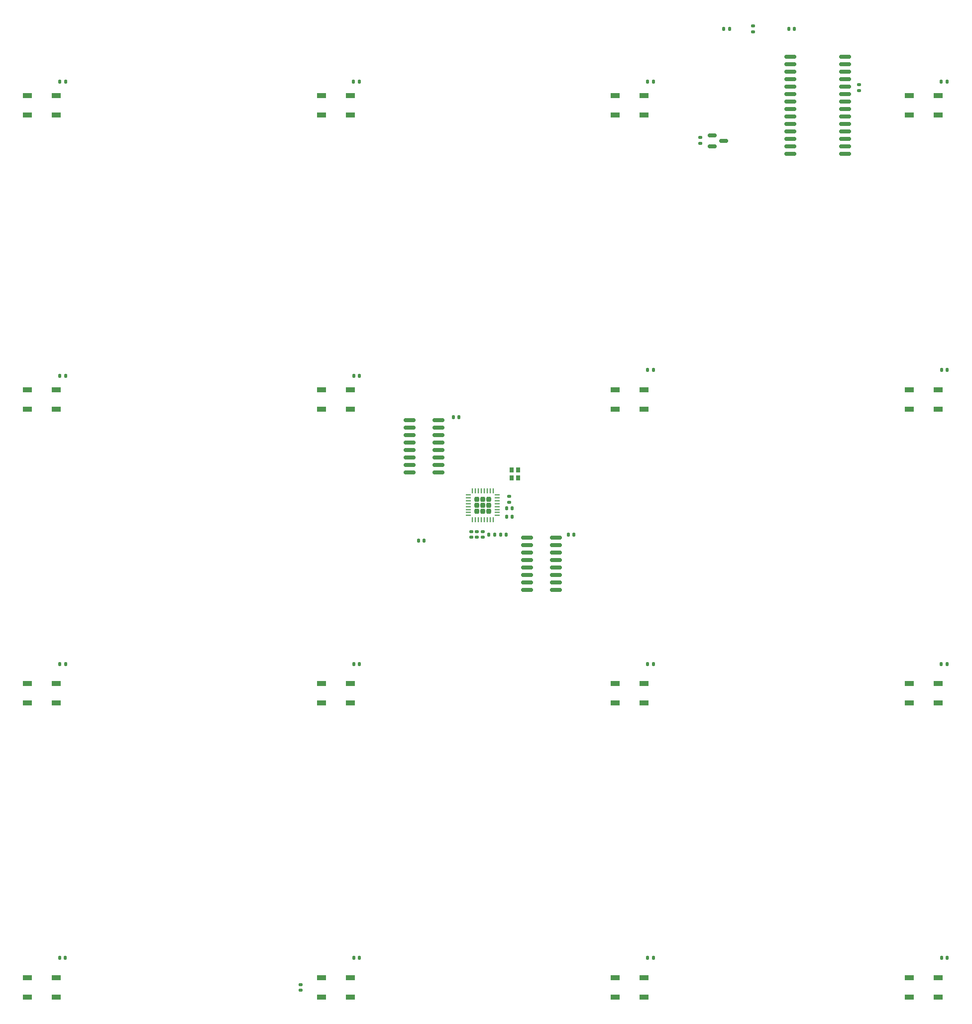
<source format=gbr>
%TF.GenerationSoftware,KiCad,Pcbnew,9.0.0*%
%TF.CreationDate,2025-03-24T06:03:53+01:00*%
%TF.ProjectId,PCB_Chessboard,5043425f-4368-4657-9373-626f6172642e,rev?*%
%TF.SameCoordinates,Original*%
%TF.FileFunction,Paste,Top*%
%TF.FilePolarity,Positive*%
%FSLAX46Y46*%
G04 Gerber Fmt 4.6, Leading zero omitted, Abs format (unit mm)*
G04 Created by KiCad (PCBNEW 9.0.0) date 2025-03-24 06:03:53*
%MOMM*%
%LPD*%
G01*
G04 APERTURE LIST*
G04 Aperture macros list*
%AMRoundRect*
0 Rectangle with rounded corners*
0 $1 Rounding radius*
0 $2 $3 $4 $5 $6 $7 $8 $9 X,Y pos of 4 corners*
0 Add a 4 corners polygon primitive as box body*
4,1,4,$2,$3,$4,$5,$6,$7,$8,$9,$2,$3,0*
0 Add four circle primitives for the rounded corners*
1,1,$1+$1,$2,$3*
1,1,$1+$1,$4,$5*
1,1,$1+$1,$6,$7*
1,1,$1+$1,$8,$9*
0 Add four rect primitives between the rounded corners*
20,1,$1+$1,$2,$3,$4,$5,0*
20,1,$1+$1,$4,$5,$6,$7,0*
20,1,$1+$1,$6,$7,$8,$9,0*
20,1,$1+$1,$8,$9,$2,$3,0*%
G04 Aperture macros list end*
%ADD10RoundRect,0.140000X0.140000X0.170000X-0.140000X0.170000X-0.140000X-0.170000X0.140000X-0.170000X0*%
%ADD11RoundRect,0.140000X0.170000X-0.140000X0.170000X0.140000X-0.170000X0.140000X-0.170000X-0.140000X0*%
%ADD12RoundRect,0.090000X-0.660000X-0.360000X0.660000X-0.360000X0.660000X0.360000X-0.660000X0.360000X0*%
%ADD13RoundRect,0.140000X-0.140000X-0.170000X0.140000X-0.170000X0.140000X0.170000X-0.140000X0.170000X0*%
%ADD14RoundRect,0.140000X-0.170000X0.140000X-0.170000X-0.140000X0.170000X-0.140000X0.170000X0.140000X0*%
%ADD15RoundRect,0.150000X-0.825000X-0.150000X0.825000X-0.150000X0.825000X0.150000X-0.825000X0.150000X0*%
%ADD16RoundRect,0.135000X0.135000X0.185000X-0.135000X0.185000X-0.135000X-0.185000X0.135000X-0.185000X0*%
%ADD17R,0.800000X0.900000*%
%ADD18RoundRect,0.207500X-0.207500X-0.207500X0.207500X-0.207500X0.207500X0.207500X-0.207500X0.207500X0*%
%ADD19RoundRect,0.062500X-0.375000X-0.062500X0.375000X-0.062500X0.375000X0.062500X-0.375000X0.062500X0*%
%ADD20RoundRect,0.062500X-0.062500X-0.375000X0.062500X-0.375000X0.062500X0.375000X-0.062500X0.375000X0*%
%ADD21RoundRect,0.150000X-0.587500X-0.150000X0.587500X-0.150000X0.587500X0.150000X-0.587500X0.150000X0*%
%ADD22RoundRect,0.135000X-0.185000X0.135000X-0.185000X-0.135000X0.185000X-0.135000X0.185000X0.135000X0*%
%ADD23RoundRect,0.150000X0.875000X0.150000X-0.875000X0.150000X-0.875000X-0.150000X0.875000X-0.150000X0*%
G04 APERTURE END LIST*
D10*
%TO.C,C17*%
X104980000Y-100500000D03*
X104020000Y-100500000D03*
%TD*%
D11*
%TO.C,C2*%
X164000000Y-28520000D03*
X164000000Y-29480000D03*
%TD*%
D12*
%TO.C,D18*%
X72550000Y-30350000D03*
X72550000Y-33650000D03*
X77450000Y-33650000D03*
X77450000Y-30350000D03*
%TD*%
D13*
%TO.C,C20*%
X178000000Y-28000000D03*
X178960000Y-28000000D03*
%TD*%
%TO.C,C24*%
X178040000Y-77000000D03*
X179000000Y-77000000D03*
%TD*%
%TO.C,C27*%
X128040000Y-127000000D03*
X129000000Y-127000000D03*
%TD*%
%TO.C,C22*%
X78040000Y-78000000D03*
X79000000Y-78000000D03*
%TD*%
%TO.C,C32*%
X178040000Y-177000000D03*
X179000000Y-177000000D03*
%TD*%
D14*
%TO.C,C9*%
X146000000Y-18520000D03*
X146000000Y-19480000D03*
%TD*%
D15*
%TO.C,U5*%
X87525000Y-85555000D03*
X87525000Y-86825000D03*
X87525000Y-88095000D03*
X87525000Y-89365000D03*
X87525000Y-90635000D03*
X87525000Y-91905000D03*
X87525000Y-93175000D03*
X87525000Y-94445000D03*
X92475000Y-94445000D03*
X92475000Y-93175000D03*
X92475000Y-91905000D03*
X92475000Y-90635000D03*
X92475000Y-89365000D03*
X92475000Y-88095000D03*
X92475000Y-86825000D03*
X92475000Y-85555000D03*
%TD*%
D12*
%TO.C,D19*%
X122550000Y-30350000D03*
X122550000Y-33650000D03*
X127450000Y-33650000D03*
X127450000Y-30350000D03*
%TD*%
D13*
%TO.C,C7*%
X89040000Y-106000000D03*
X90000000Y-106000000D03*
%TD*%
%TO.C,C6*%
X128040000Y-28000000D03*
X129000000Y-28000000D03*
%TD*%
D12*
%TO.C,D17*%
X22550000Y-30350000D03*
X22550000Y-33650000D03*
X27450000Y-33650000D03*
X27450000Y-30350000D03*
%TD*%
%TO.C,D30*%
X72550000Y-180350000D03*
X72550000Y-183650000D03*
X77450000Y-183650000D03*
X77450000Y-180350000D03*
%TD*%
D10*
%TO.C,C10*%
X115480000Y-105000000D03*
X114520000Y-105000000D03*
%TD*%
D16*
%TO.C,R2*%
X142020000Y-19000000D03*
X141000000Y-19000000D03*
%TD*%
D12*
%TO.C,D20*%
X172550000Y-30350000D03*
X172550000Y-33650000D03*
X177450000Y-33650000D03*
X177450000Y-30350000D03*
%TD*%
%TO.C,D27*%
X122550000Y-130350000D03*
X122550000Y-133650000D03*
X127450000Y-133650000D03*
X127450000Y-130350000D03*
%TD*%
%TO.C,D29*%
X22550000Y-180350000D03*
X22550000Y-183650000D03*
X27450000Y-183650000D03*
X27450000Y-180350000D03*
%TD*%
D11*
%TO.C,C13*%
X100000000Y-105480000D03*
X100000000Y-104520000D03*
%TD*%
D13*
%TO.C,C5*%
X78000000Y-28000000D03*
X78960000Y-28000000D03*
%TD*%
D12*
%TO.C,D23*%
X122550000Y-80350000D03*
X122550000Y-83650000D03*
X127450000Y-83650000D03*
X127450000Y-80350000D03*
%TD*%
D11*
%TO.C,C11*%
X98000000Y-105480000D03*
X98000000Y-104520000D03*
%TD*%
D12*
%TO.C,D22*%
X72550000Y-80350000D03*
X72550000Y-83650000D03*
X77450000Y-83650000D03*
X77450000Y-80350000D03*
%TD*%
%TO.C,D26*%
X72550000Y-130350000D03*
X72550000Y-133650000D03*
X77450000Y-133650000D03*
X77450000Y-130350000D03*
%TD*%
D13*
%TO.C,C28*%
X178000000Y-127000000D03*
X178960000Y-127000000D03*
%TD*%
D14*
%TO.C,C8*%
X69000000Y-181520000D03*
X69000000Y-182480000D03*
%TD*%
D13*
%TO.C,C31*%
X128040000Y-177000000D03*
X129000000Y-177000000D03*
%TD*%
%TO.C,C29*%
X28000000Y-177000000D03*
X28960000Y-177000000D03*
%TD*%
D10*
%TO.C,C3*%
X153000000Y-19000000D03*
X152040000Y-19000000D03*
%TD*%
%TO.C,C15*%
X105000000Y-102000000D03*
X104040000Y-102000000D03*
%TD*%
D12*
%TO.C,D21*%
X22550000Y-80350000D03*
X22550000Y-83650000D03*
X27450000Y-83650000D03*
X27450000Y-80350000D03*
%TD*%
%TO.C,D25*%
X22550000Y-130350000D03*
X22550000Y-133650000D03*
X27450000Y-133650000D03*
X27450000Y-130350000D03*
%TD*%
D13*
%TO.C,C16*%
X103040000Y-105000000D03*
X104000000Y-105000000D03*
%TD*%
D12*
%TO.C,D24*%
X172550000Y-80350000D03*
X172550000Y-83650000D03*
X177450000Y-83650000D03*
X177450000Y-80350000D03*
%TD*%
%TO.C,D31*%
X122550000Y-180350000D03*
X122550000Y-183650000D03*
X127450000Y-183650000D03*
X127450000Y-180350000D03*
%TD*%
%TO.C,D32*%
X172550000Y-180350000D03*
X172550000Y-183650000D03*
X177450000Y-183650000D03*
X177450000Y-180350000D03*
%TD*%
D15*
%TO.C,U7*%
X107525000Y-105555000D03*
X107525000Y-106825000D03*
X107525000Y-108095000D03*
X107525000Y-109365000D03*
X107525000Y-110635000D03*
X107525000Y-111905000D03*
X107525000Y-113175000D03*
X107525000Y-114445000D03*
X112475000Y-114445000D03*
X112475000Y-113175000D03*
X112475000Y-111905000D03*
X112475000Y-110635000D03*
X112475000Y-109365000D03*
X112475000Y-108095000D03*
X112475000Y-106825000D03*
X112475000Y-105555000D03*
%TD*%
D10*
%TO.C,C1*%
X95960000Y-85000000D03*
X95000000Y-85000000D03*
%TD*%
D11*
%TO.C,C14*%
X104480000Y-99480000D03*
X104480000Y-98520000D03*
%TD*%
D13*
%TO.C,C4*%
X28040000Y-28000000D03*
X29000000Y-28000000D03*
%TD*%
%TO.C,C21*%
X28040000Y-78000000D03*
X29000000Y-78000000D03*
%TD*%
D17*
%TO.C,Y2*%
X104900000Y-94000000D03*
X104900000Y-95400000D03*
X106000000Y-95400000D03*
X106000000Y-94000000D03*
%TD*%
D13*
%TO.C,C25*%
X28040000Y-127000000D03*
X29000000Y-127000000D03*
%TD*%
D11*
%TO.C,C12*%
X99000000Y-105480000D03*
X99000000Y-104520000D03*
%TD*%
D12*
%TO.C,D28*%
X172550000Y-130350000D03*
X172550000Y-133650000D03*
X177450000Y-133650000D03*
X177450000Y-130350000D03*
%TD*%
D18*
%TO.C,U1*%
X98970000Y-98970000D03*
X98970000Y-100000000D03*
X98970000Y-101030000D03*
X100000000Y-98970000D03*
X100000000Y-100000000D03*
X100000000Y-101030000D03*
X101030000Y-98970000D03*
X101030000Y-100000000D03*
X101030000Y-101030000D03*
D19*
X97562500Y-98250000D03*
X97562500Y-98750000D03*
X97562500Y-99250000D03*
X97562500Y-99750000D03*
X97562500Y-100250000D03*
X97562500Y-100750000D03*
X97562500Y-101250000D03*
X97562500Y-101750000D03*
D20*
X98250000Y-102437500D03*
X98750000Y-102437500D03*
X99250000Y-102437500D03*
X99750000Y-102437500D03*
X100250000Y-102437500D03*
X100750000Y-102437500D03*
X101250000Y-102437500D03*
X101750000Y-102437500D03*
D19*
X102437500Y-101750000D03*
X102437500Y-101250000D03*
X102437500Y-100750000D03*
X102437500Y-100250000D03*
X102437500Y-99750000D03*
X102437500Y-99250000D03*
X102437500Y-98750000D03*
X102437500Y-98250000D03*
D20*
X101750000Y-97562500D03*
X101250000Y-97562500D03*
X100750000Y-97562500D03*
X100250000Y-97562500D03*
X99750000Y-97562500D03*
X99250000Y-97562500D03*
X98750000Y-97562500D03*
X98250000Y-97562500D03*
%TD*%
D10*
%TO.C,C33*%
X102000000Y-105000000D03*
X101040000Y-105000000D03*
%TD*%
D13*
%TO.C,C30*%
X78040000Y-177000000D03*
X79000000Y-177000000D03*
%TD*%
%TO.C,C26*%
X78040000Y-127000000D03*
X79000000Y-127000000D03*
%TD*%
D21*
%TO.C,Q1*%
X139062500Y-37100000D03*
X139062500Y-39000000D03*
X140937500Y-38050000D03*
%TD*%
D22*
%TO.C,R1*%
X137000000Y-37490000D03*
X137000000Y-38510000D03*
%TD*%
D13*
%TO.C,C23*%
X128040000Y-77000000D03*
X129000000Y-77000000D03*
%TD*%
D23*
%TO.C,U3*%
X152350000Y-40255000D03*
X152350000Y-38985000D03*
X152350000Y-37715000D03*
X152350000Y-36445000D03*
X152350000Y-35175000D03*
X152350000Y-33905000D03*
X152350000Y-32635000D03*
X152350000Y-31365000D03*
X152350000Y-30095000D03*
X152350000Y-28825000D03*
X152350000Y-27555000D03*
X152350000Y-26285000D03*
X152350000Y-25015000D03*
X152350000Y-23745000D03*
X161650000Y-23745000D03*
X161650000Y-25015000D03*
X161650000Y-26285000D03*
X161650000Y-27555000D03*
X161650000Y-28825000D03*
X161650000Y-30095000D03*
X161650000Y-31365000D03*
X161650000Y-32635000D03*
X161650000Y-33905000D03*
X161650000Y-35175000D03*
X161650000Y-36445000D03*
X161650000Y-37715000D03*
X161650000Y-38985000D03*
X161650000Y-40255000D03*
%TD*%
M02*

</source>
